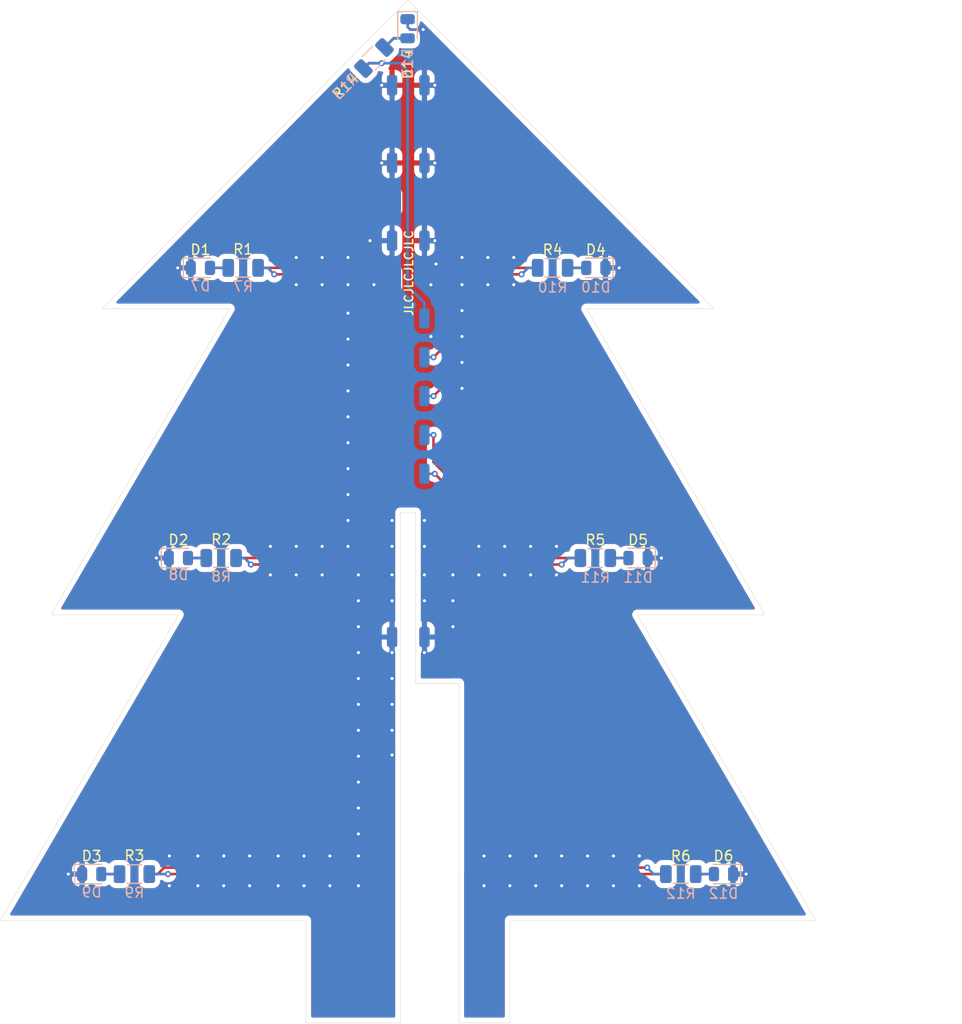
<source format=kicad_pcb>
(kicad_pcb (version 20211014) (generator pcbnew)
  (layers (0 "F.Cu" signal "Front") (31 "B.Cu" signal "Back") (34 "B.Paste" user) (35 "F.Paste" user) (36 "B.SilkS" user "B.Silkscreen") (37 "F.SilkS" user "F.Silkscreen") (38 "B.Mask" user) (39 "F.Mask" user) (44 "Edge.Cuts" user))
  (net 0 "")
  (net 1 "GND")
  (net 2 "Net-(D4-Pad2)")
  (net 3 "Net-(D5-Pad2)")
  (net 4 "Net-(D6-Pad2)")
  (net 5 "Net-(D7-Pad2)")
  (net 6 "Net-(D8-Pad2)")
  (net 7 "Net-(D11-Pad2)")
  (net 8 "Net-(D12-Pad2)")
  (net 9 "/RED4")
  (net 10 "/YEL4")
  (net 11 "/BLU1")
  (net 12 "/YEL3")
  (net 13 "/GRE1")
  (net 14 "/WHI3")
  (net 15 "/GRE2")
  (net 16 "/BLU2")
  (net 17 "/YEL5")
  (net 18 "/WHI4")
  (net 19 "/RED5")
  (net 20 "/GRE3")
  (net 21 "Net-(D1-Pad2)")
  (net 22 "Net-(D2-Pad2)")
  (net 23 "Net-(D3-Pad2)")
  (net 24 "Net-(D9-Pad2)")
  (net 25 "Net-(D10-Pad2)")
  (net 26 "Net-(D13-Pad2)")
  (net 27 "Net-(J21-Pad1)")
  (net 28 "Net-(D14-Pad2)")
  (footprint "Resistor_SMD:R_1206_3216Metric" (layer "F.Cu") (at 124.333 78.994)
    (fp_text reference "R1" (at 0 -1.82) (layer "F.SilkS"))
    (fp_text value "51")
    (fp_line (start -0.727064 -0.91) (end 0.727064 -0.91) (layer "F.SilkS") (width 0.12))
    (fp_line (start -0.727064 0.91) (end 0.727064 0.91) (layer "F.SilkS") (width 0.12))
    (pad "1" smd roundrect (at -1.4625 0) (size 1.125 1.75) (layers "F.Cu" "F.Paste" "F.Mask") (roundrect_rratio 0.2222222222) (net 21 "Net-(D1-Pad2)"))
    (pad "2" smd roundrect (at 1.4625 0) (size 1.125 1.75) (layers "F.Cu" "F.Paste" "F.Mask") (roundrect_rratio 0.2222222222) (net 9 "/RED4"))
  )
  (footprint "Connector_Wire:SolderWirePad_1x01_SMD_1x2mm" (layer "F.Cu") (at 138.938 76.327)
    (fp_text reference "J7" hide)
    (fp_text value "GRE2")
    (pad "1" smd roundrect (at 0 0) (size 1 2) (layers "F.Cu" "F.Paste" "F.Mask") (net 15 "/GRE2"))
  )
  (footprint "Connector_Wire:SolderWirePad_1x01_SMD_1x2mm" (layer "F.Cu") (at 138.938 83.947)
    (fp_text reference "J8" hide)
    (fp_text value "BLU2")
    (pad "1" smd roundrect (at 0 0) (size 1 2) (layers "F.Cu" "F.Paste" "F.Mask") (net 16 "/BLU2"))
  )
  (footprint "LED_SMD:LED_0805_2012Metric" (layer "F.Cu") (at 117.983 107.442)
    (fp_text reference "D2" (at 0 -1.778) (layer "F.SilkS"))
    (fp_text value "YEL")
    (fp_line (start 1 -0.96) (end -1.685 -0.96) (layer "F.SilkS") (width 0.12))
    (fp_line (start -1.685 0.96) (end 1 0.96) (layer "F.SilkS") (width 0.12))
    (fp_line (start -1.685 -0.96) (end -1.685 0.96) (layer "F.SilkS") (width 0.12))
    (pad "1" smd roundrect (at -0.9375 0) (size 0.975 1.4) (layers "F.Cu" "F.Paste" "F.Mask") (net 1 "GND"))
    (pad "2" smd roundrect (at 0.9375 0) (size 0.975 1.4) (layers "F.Cu" "F.Paste" "F.Mask") (net 22 "Net-(D2-Pad2)"))
  )
  (footprint "LED_SMD:LED_0805_2012Metric" (layer "F.Cu") (at 171.45 138.43 180)
    (fp_text reference "D6" (at 0 1.778) (layer "F.SilkS"))
    (fp_text value "WHI")
    (fp_line (start -1.685 -0.96) (end -1.685 0.96) (layer "F.SilkS") (width 0.12))
    (fp_line (start -1.685 0.96) (end 1 0.96) (layer "F.SilkS") (width 0.12))
    (fp_line (start 1 -0.96) (end -1.685 -0.96) (layer "F.SilkS") (width 0.12))
    (pad "1" smd roundrect (at -0.9375 0 180) (size 0.975 1.4) (layers "F.Cu" "F.Paste" "F.Mask") (net 1 "GND"))
    (pad "2" smd roundrect (at 0.9375 0 180) (size 0.975 1.4) (layers "F.Cu" "F.Paste" "F.Mask") (net 4 "Net-(D6-Pad2)"))
  )
  (footprint "Connector_Wire:SolderWirePad_1x01_SMD_1x2mm" (layer "F.Cu") (at 138.938 61.087)
    (fp_text reference "J16" hide)
    (fp_text value "GNC_BOND")
    (pad "1" smd roundrect (at 0 0) (size 1 2) (layers "F.Cu" "F.Paste" "F.Mask") (net 1 "GND"))
  )
  (footprint "LED_SMD:LED_0805_2012Metric" (layer "F.Cu") (at 158.9255 78.994 180)
    (fp_text reference "D4" (at 0 1.778) (layer "F.SilkS"))
    (fp_text value "YEL")
    (fp_line (start -1.685 -0.96) (end -1.685 0.96) (layer "F.SilkS") (width 0.12))
    (fp_line (start -1.685 0.96) (end 1 0.96) (layer "F.SilkS") (width 0.12))
    (fp_line (start 1 -0.96) (end -1.685 -0.96) (layer "F.SilkS") (width 0.12))
    (pad "1" smd roundrect (at -0.9375 0 180) (size 0.975 1.4) (layers "F.Cu" "F.Paste" "F.Mask") (net 1 "GND"))
    (pad "2" smd roundrect (at 0.9375 0 180) (size 0.975 1.4) (layers "F.Cu" "F.Paste" "F.Mask") (net 2 "Net-(D4-Pad2)"))
  )
  (footprint "Connector_Wire:SolderWirePad_1x01_SMD_1x2mm" (layer "F.Cu") (at 142.113 68.707)
    (fp_text reference "J18" hide)
    (fp_text value "GNC_BOND")
    (pad "1" smd roundrect (at 0 0) (size 1 2) (layers "F.Cu" "F.Paste" "F.Mask") (net 1 "GND"))
  )
  (footprint "Connector_Wire:SolderWirePad_1x01_SMD_1x2mm" (layer "F.Cu") (at 142.113 76.327)
    (fp_text reference "J19" hide)
    (fp_text value "GNC_BOND")
    (pad "1" smd roundrect (at 0 0) (size 1 2) (layers "F.Cu" "F.Paste" "F.Mask") (net 1 "GND"))
  )
  (footprint "Connector_Wire:SolderWirePad_1x01_SMD_1x2mm" (layer "F.Cu") (at 138.938 80.137)
    (fp_text reference "J2" hide)
    (fp_text value "YEL4")
    (pad "1" smd roundrect (at 0 0) (size 1 2) (layers "F.Cu" "F.Paste" "F.Mask") (net 10 "/YEL4"))
  )
  (footprint "LED_SMD:LED_0805_2012Metric" (layer "F.Cu") (at 120.142 78.994)
    (fp_text reference "D1" (at 0 -1.778) (layer "F.SilkS"))
    (fp_text value "RED")
    (fp_line (start -1.685 0.96) (end 1 0.96) (layer "F.SilkS") (width 0.12))
    (fp_line (start 1 -0.96) (end -1.685 -0.96) (layer "F.SilkS") (width 0.12))
    (fp_line (start -1.685 -0.96) (end -1.685 0.96) (layer "F.SilkS") (width 0.12))
    (pad "1" smd roundrect (at -0.9375 0) (size 0.975 1.4) (layers "F.Cu" "F.Paste" "F.Mask") (net 1 "GND"))
    (pad "2" smd roundrect (at 0.9375 0) (size 0.975 1.4) (layers "F.Cu" "F.Paste" "F.Mask") (net 21 "Net-(D1-Pad2)"))
  )
  (footprint "LED_SMD:LED_0805_2012Metric" (layer "F.Cu") (at 163.068 107.442 180)
    (fp_text reference "D5" (at 0 1.778) (layer "F.SilkS"))
    (fp_text value "GRE")
    (fp_line (start -1.685 -0.96) (end -1.685 0.96) (layer "F.SilkS") (width 0.12))
    (fp_line (start 1 -0.96) (end -1.685 -0.96) (layer "F.SilkS") (width 0.12))
    (fp_line (start -1.685 0.96) (end 1 0.96) (layer "F.SilkS") (width 0.12))
    (pad "1" smd roundrect (at -0.9375 0 180) (size 0.975 1.4) (layers "F.Cu" "F.Paste" "F.Mask") (net 1 "GND"))
    (pad "2" smd roundrect (at 0.9375 0 180) (size 0.975 1.4) (layers "F.Cu" "F.Paste" "F.Mask") (net 3 "Net-(D5-Pad2)"))
  )
  (footprint "Connector_Wire:SolderWirePad_1x01_SMD_1x2mm" (layer "F.Cu") (at 138.938 95.377)
    (fp_text reference "J6" hide)
    (fp_text value "WHI3")
    (pad "1" smd roundrect (at 0 0) (size 1 2) (layers "F.Cu" "F.Paste" "F.Mask") (net 14 "/WHI3"))
  )
  (footprint "Connector_Wire:SolderWirePad_1x01_SMD_1x2mm" (layer "F.Cu") (at 138.938 87.757)
    (fp_text reference "J3" hide)
    (fp_text value "BLU1")
    (pad "1" smd roundrect (at 0 0) (size 1 2) (layers "F.Cu" "F.Paste" "F.Mask") (net 11 "/BLU1"))
  )
  (footprint "Connector_Wire:SolderWirePad_1x01_SMD_1x2mm" (layer "F.Cu") (at 142.113 61.087)
    (fp_text reference "J17" hide)
    (fp_text value "GNC_BOND")
    (pad "1" smd roundrect (at 0 0) (size 1 2) (layers "F.Cu" "F.Paste" "F.Mask") (net 1 "GND"))
  )
  (footprint "Resistor_SMD:R_1206_3216Metric" (layer "F.Cu") (at 154.686 78.994 180)
    (fp_text reference "R4" (at 0 1.778 180) (layer "F.SilkS"))
    (fp_text value "39")
    (fp_line (start -0.727064 -0.91) (end 0.727064 -0.91) (layer "F.SilkS") (width 0.12))
    (fp_line (start -0.727064 0.91) (end 0.727064 0.91) (layer "F.SilkS") (width 0.12))
    (pad "1" smd roundrect (at -1.4625 0 180) (size 1.125 1.75) (layers "F.Cu" "F.Paste" "F.Mask") (roundrect_rratio 0.2222222222) (net 2 "Net-(D4-Pad2)"))
    (pad "2" smd roundrect (at 1.4625 0 180) (size 1.125 1.75) (layers "F.Cu" "F.Paste" "F.Mask") (roundrect_rratio 0.2222222222) (net 12 "/YEL3"))
  )
  (footprint "Resistor_SMD:R_1206_3216Metric" (layer "F.Cu") (at 167.259 138.43 180)
    (fp_text reference "R6" (at 0 1.778 180) (layer "F.SilkS"))
    (fp_text value "1")
    (fp_line (start -0.727064 0.91) (end 0.727064 0.91) (layer "F.SilkS") (width 0.12))
    (fp_line (start -0.727064 -0.91) (end 0.727064 -0.91) (layer "F.SilkS") (width 0.12))
    (pad "1" smd roundrect (at -1.4625 0 180) (size 1.125 1.75) (layers "F.Cu" "F.Paste" "F.Mask") (roundrect_rratio 0.2222222222) (net 4 "Net-(D6-Pad2)"))
    (pad "2" smd roundrect (at 1.4625 0 180) (size 1.125 1.75) (layers "F.Cu" "F.Paste" "F.Mask") (roundrect_rratio 0.2222222222) (net 14 "/WHI3"))
  )
  (footprint "Resistor_SMD:R_1206_3216Metric" (layer "F.Cu") (at 113.665 138.43)
    (fp_text reference "R3" (at 0 -1.82) (layer "F.SilkS"))
    (fp_text value "1")
    (fp_line (start -0.727064 -0.91) (end 0.727064 -0.91) (layer "F.SilkS") (width 0.12))
    (fp_line (start -0.727064 0.91) (end 0.727064 0.91) (layer "F.SilkS") (width 0.12))
    (pad "1" smd roundrect (at -1.4625 0) (size 1.125 1.75) (layers "F.Cu" "F.Paste" "F.Mask") (roundrect_rratio 0.2222222222) (net 23 "Net-(D3-Pad2)"))
    (pad "2" smd roundrect (at 1.4625 0) (size 1.125 1.75) (layers "F.Cu" "F.Paste" "F.Mask") (roundrect_rratio 0.2222222222) (net 11 "/BLU1"))
  )
  (footprint "Connector_Wire:SolderWirePad_1x01_SMD_1x2mm" (layer "F.Cu") (at 138.938 115.189)
    (fp_text reference "J28" hide)
    (fp_text value "GNC_BOND")
    (pad "1" smd roundrect (at 0 0) (size 1 2) (layers "F.Cu" "F.Paste" "F.Mask") (net 1 "GND"))
  )
  (footprint "Resistor_SMD:R_1206_3216Metric" (layer "F.Cu") (at 158.877 107.442 180)
    (fp_text reference "R5" (at 0 1.778 180) (layer "F.SilkS"))
    (fp_text value "39")
    (fp_line (start -0.727064 -0.91) (end 0.727064 -0.91) (layer "F.SilkS") (width 0.12))
    (fp_line (start -0.727064 0.91) (end 0.727064 0.91) (layer "F.SilkS") (width 0.12))
    (pad "1" smd roundrect (at -1.4625 0 180) (size 1.125 1.75) (layers "F.Cu" "F.Paste" "F.Mask") (roundrect_rratio 0.2222222222) (net 3 "Net-(D5-Pad2)"))
    (pad "2" smd roundrect (at 1.4625 0 180) (size 1.125 1.75) (layers "F.Cu" "F.Paste" "F.Mask") (roundrect_rratio 0.2222222222) (net 13 "/GRE1"))
  )
  (footprint "Connector_Wire:SolderWirePad_1x01_SMD_1x2mm" (layer "F.Cu") (at 138.938 99.187)
    (fp_text reference "J12" hide)
    (fp_text value "GRE3")
    (pad "1" smd roundrect (at 0 0) (size 1 2) (layers "F.Cu" "F.Paste" "F.Mask") (net 20 "/GRE3"))
  )
  (footprint "LED_SMD:LED_0805_2012Metric" (layer "F.Cu") (at 109.474 138.43)
    (fp_text reference "D3" (at 0 -1.778) (layer "F.SilkS"))
    (fp_text value "BLU")
    (fp_line (start 1 -0.96) (end -1.685 -0.96) (layer "F.SilkS") (width 0.12))
    (fp_line (start -1.685 -0.96) (end -1.685 0.96) (layer "F.SilkS") (width 0.12))
    (fp_line (start -1.685 0.96) (end 1 0.96) (layer "F.SilkS") (width 0.12))
    (pad "1" smd roundrect (at -0.9375 0) (size 0.975 1.4) (layers "F.Cu" "F.Paste" "F.Mask") (net 1 "GND"))
    (pad "2" smd roundrect (at 0.9375 0) (size 0.975 1.4) (layers "F.Cu" "F.Paste" "F.Mask") (net 23 "Net-(D3-Pad2)"))
  )
  (footprint "LED_SMD:LED_0805_2012Metric" (layer "F.Cu") (at 140.462 55.5475 -90)
    (fp_text reference "D14" (at 3.5 0 90) (layer "F.SilkS"))
    (fp_text value "WHI")
    (fp_line (start 1 -0.96) (end -1.685 -0.96) (layer "F.SilkS") (width 0.12))
    (fp_line (start -1.685 -0.96) (end -1.685 0.96) (layer "F.SilkS") (width 0.12))
    (fp_line (start -1.685 0.96) (end 1 0.96) (layer "F.SilkS") (width 0.12))
    (pad "1" smd roundrect (at -0.9375 0 270) (size 0.975 1.4) (layers "F.Cu" "F.Paste" "F.Mask") (net 1 "GND"))
    (pad "2" smd roundrect (at 0.9375 0 270) (size 0.975 1.4) (layers "F.Cu" "F.Paste" "F.Mask") (net 28 "Net-(D14-Pad2)"))
  )
  (footprint "Connector_Wire:SolderWirePad_1x01_SMD_1x2mm" (layer "F.Cu") (at 138.938 68.707)
    (fp_text reference "J14" hide)
    (fp_text value "GNC_BOND")
    (pad "1" smd roundrect (at 0 0) (size 1 2) (layers "F.Cu" "F.Paste" "F.Mask") (net 1 "GND"))
  )
  (footprint "Connector_Wire:SolderWirePad_1x01_SMD_1x2mm" (layer "F.Cu") (at 142.113 115.189)
    (fp_text reference "J20" hide)
    (fp_text value "GNC_BOND")
    (pad "1" smd roundrect (at 0 0) (size 1 2) (layers "F.Cu" "F.Paste" "F.Mask") (net 1 "GND"))
  )
  (footprint "Connector_Wire:SolderWirePad_1x01_SMD_1x2mm" (layer "F.Cu") (at 138.938 91.567)
    (fp_text reference "J9" hide)
    (fp_text value "YEL5")
    (pad "1" smd roundrect (at 0 0) (size 1 2) (layers "F.Cu" "F.Paste" "F.Mask") (net 17 "/YEL5"))
  )
  (footprint "Connector_Wire:SolderWirePad_1x01_SMD_1x2mm" (layer "F.Cu") (at 138.938 72.517 180)
    (fp_text reference "J1" hide)
    (fp_text value "RED4")
    (pad "1" smd roundrect (at 0 0 180) (size 1 2) (layers "F.Cu" "F.Paste" "F.Mask") (net 9 "/RED4"))
  )
  (footprint "Resistor_SMD:R_1206_3216Metric" (layer "F.Cu") (at 137.16 58.42 -135)
    (fp_text reference "R14" (at 3.951313 0 45) (layer "F.SilkS"))
    (fp_text value "1")
    (fp_line (start -0.727064 -0.91) (end 0.727064 -0.91) (layer "F.SilkS") (width 0.12))
    (fp_line (start -0.727064 0.91) (end 0.727064 0.91) (layer "F.SilkS") (width 0.12))
    (pad "1" smd roundrect (at -1.4625 0 225) (size 1.125 1.75) (layers "F.Cu" "F.Paste" "F.Mask") (roundrect_rratio 0.222222) (net 28 "Net-(D14-Pad2)"))
    (pad "2" smd roundrect (at 1.4625 0 225) (size 1.125 1.75) (layers "F.Cu" "F.Paste" "F.Mask") (roundrect_rratio 0.222222) (net 27 "Net-(J21-Pad1)"))
  )
  (footprint "Resistor_SMD:R_1206_3216Metric" (layer "F.Cu") (at 122.174 107.442)
    (fp_text reference "R2" (at 0 -1.82) (layer "F.SilkS"))
    (fp_text value "39")
    (fp_line (start -0.727064 -0.91) (end 0.727064 -0.91) (layer "F.SilkS") (width 0.12))
    (fp_line (start -0.727064 0.91) (end 0.727064 0.91) (layer "F.SilkS") (width 0.12))
    (pad "1" smd roundrect (at -1.4625 0) (size 1.125 1.75) (layers "F.Cu" "F.Paste" "F.Mask") (roundrect_rratio 0.2222222222) (net 22 "Net-(D2-Pad2)"))
    (pad "2" smd roundrect (at 1.4625 0) (size 1.125 1.75) (layers "F.Cu" "F.Paste" "F.Mask") (roundrect_rratio 0.2222222222) (net 10 "/YEL4"))
  )
  (footprint "Connector_Wire:SolderWirePad_1x01_SMD_1x2mm" (layer "B.Cu") (at 142.113 91.567 180)
    (fp_text reference "J10" hide)
    (fp_text value "WHI4")
    (pad "1" smd roundrect (at 0 0 180) (size 1 2) (layers "B.Cu" "B.Paste" "B.Mask") (net 18 "/WHI4"))
  )
  (footprint "Resistor_SMD:R_1206_3216Metric" (layer "B.Cu") (at 154.686 78.994 180)
    (fp_text reference "R10" (at 0 -1.905) (layer "B.SilkS") (effects (justify mirror)))
    (fp_text value "1")
    (fp_line (start -0.727064 0.91) (end 0.727064 0.91) (layer "B.SilkS") (width 0.12))
    (fp_line (start -0.727064 -0.91) (end 0.727064 -0.91) (layer "B.SilkS") (width 0.12))
    (pad "1" smd roundrect (at -1.4625 0 180) (size 1.125 1.75) (layers "B.Cu" "B.Paste" "B.Mask") (roundrect_rratio 0.2222222222) (net 25 "Net-(D10-Pad2)"))
    (pad "2" smd roundrect (at 1.4625 0 180) (size 1.125 1.75) (layers "B.Cu" "B.Paste" "B.Mask") (roundrect_rratio 0.2222222222) (net 18 "/WHI4"))
  )
  (footprint "Connector_Wire:SolderWirePad_1x01_SMD_1x2mm" (layer "B.Cu") (at 142.113 76.327 180)
    (fp_text reference "J26" hide)
    (fp_text value "GNC_BOND")
    (pad "1" smd roundrect (at 0 0 180) (size 1 2) (layers "B.Cu" "B.Paste" "B.Mask") (net 1 "GND"))
  )
  (footprint "Resistor_SMD:R_1206_3216Metric" (layer "B.Cu") (at 113.665 138.43)
    (fp_text reference "R9" (at 0 1.82 180) (layer "B.SilkS") (effects (justify mirror)))
    (fp_text value "39")
    (fp_line (start -0.727064 -0.91) (end 0.727064 -0.91) (layer "B.SilkS") (width 0.12))
    (fp_line (start -0.727064 0.91) (end 0.727064 0.91) (layer "B.SilkS") (width 0.12))
    (pad "1" smd roundrect (at -1.4625 0) (size 1.125 1.75) (layers "B.Cu" "B.Paste" "B.Mask") (roundrect_rratio 0.2222222222) (net 24 "Net-(D9-Pad2)"))
    (pad "2" smd roundrect (at 1.4625 0) (size 1.125 1.75) (layers "B.Cu" "B.Paste" "B.Mask") (roundrect_rratio 0.2222222222) (net 17 "/YEL5"))
  )
  (footprint "Connector_Wire:SolderWirePad_1x01_SMD_1x2mm" (layer "B.Cu") (at 142.113 61.087 180)
    (fp_text reference "J24" hide)
    (fp_text value "GNC_BOND")
    (pad "1" smd roundrect (at 0 0 180) (size 1 2) (layers "B.Cu" "B.Paste" "B.Mask") (net 1 "GND"))
  )
  (footprint "Resistor_SMD:R_1206_3216Metric" (layer "B.Cu") (at 137.16 58.42 -135)
    (fp_text reference "R13" (at 3.951313 0 45) (layer "B.SilkS") (effects (justify mirror)))
    (fp_text value "1")
    (fp_line (start -0.727064 -0.91) (end 0.727064 -0.91) (layer "B.SilkS") (width 0.12))
    (fp_line (start -0.727064 0.91) (end 0.727064 0.91) (layer "B.SilkS") (width 0.12))
    (pad "1" smd roundrect (at -1.4625 0 225) (size 1.125 1.75) (layers "B.Cu" "B.Paste" "B.Mask") (roundrect_rratio 0.222222) (net 26 "Net-(D13-Pad2)"))
    (pad "2" smd roundrect (at 1.4625 0 225) (size 1.125 1.75) (layers "B.Cu" "B.Paste" "B.Mask") (roundrect_rratio 0.222222) (net 27 "Net-(J21-Pad1)"))
  )
  (footprint "LED_SMD:LED_0805_2012Metric" (layer "B.Cu") (at 163.068 107.442 180)
    (fp_text reference "D11" (at 0 -1.905) (layer "B.SilkS") (effects (justify mirror)))
    (fp_text value "RED")
    (fp_line (start -1.685 0.96) (end -1.685 -0.96) (layer "B.SilkS") (width 0.12))
    (fp_line (start -1.685 -0.96) (end 1 -0.96) (layer "B.SilkS") (width 0.12))
    (fp_line (start 1 0.96) (end -1.685 0.96) (layer "B.SilkS") (width 0.12))
    (pad "1" smd roundrect (at -0.9375 0 180) (size 0.975 1.4) (layers "B.Cu" "B.Paste" "B.Mask") (net 1 "GND"))
    (pad "2" smd roundrect (at 0.9375 0 180) (size 0.975 1.4) (layers "B.Cu" "B.Paste" "B.Mask") (net 7 "Net-(D11-Pad2)"))
  )
  (footprint "Connector_Wire:SolderWirePad_1x01_SMD_1x2mm" (layer "B.Cu") (at 142.113 68.707 180)
    (fp_text reference "J25" hide)
    (fp_text value "GNC_BOND")
    (pad "1" smd roundrect (at 0 0 180) (size 1 2) (layers "B.Cu" "B.Paste" "B.Mask") (net 1 "GND"))
  )
  (footprint "Connector_Wire:SolderWirePad_1x01_SMD_1x2mm" (layer "B.Cu") (at 142.113 99.187 180)
    (fp_text reference "J11" hide)
    (fp_text value "RED5")
    (pad "1" smd roundrect (at 0 0 180) (size 1 2) (layers "B.Cu" "B.Paste" "B.Mask") (net 19 "/RED5"))
  )
  (footprint "Connector_Wire:SolderWirePad_1x01_SMD_1x2mm" (layer "B.Cu") (at 138.938 76.327 180)
    (fp_text reference "J15" hide)
    (fp_text value "GNC_BOND")
    (pad "1" smd roundrect (at 0 0 180) (size 1 2) (layers "B.Cu" "B.Paste" "B.Mask") (net 1 "GND"))
  )
  (footprint "Resistor_SMD:R_1206_3216Metric" (layer "B.Cu") (at 122.174 107.442)
    (fp_text reference "R8" (at 0 1.82 180) (layer "B.SilkS") (effects (justify mirror)))
    (fp_text value "1")
    (fp_line (start -0.727064 -0.91) (end 0.727064 -0.91) (layer "B.SilkS") (width 0.12))
    (fp_line (start -0.727064 0.91) (end 0.727064 0.91) (layer "B.SilkS") (width 0.12))
    (pad "1" smd roundrect (at -1.4625 0) (size 1.125 1.75) (layers "B.Cu" "B.Paste" "B.Mask") (roundrect_rratio 0.2222222222) (net 6 "Net-(D8-Pad2)"))
    (pad "2" smd roundrect (at 1.4625 0) (size 1.125 1.75) (layers "B.Cu" "B.Paste" "B.Mask") (roundrect_rratio 0.2222222222) (net 16 "/BLU2"))
  )
  (footprint "Connector_Wire:SolderWirePad_1x01_SMD_1x2mm" (layer "B.Cu") (at 138.938 68.707 180)
    (fp_text reference "J27" hide)
    (fp_text value "GNC_BOND")
    (pad "1" smd roundrect (at 0 0 180) (size 1 2) (layers "B.Cu" "B.Paste" "B.Mask") (net 1 "GND"))
  )
  (footprint "LED_SMD:LED_0805_2012Metric" (layer "B.Cu") (at 140.462 55.5475 -90)
    (fp_text reference "D13" (at 3.3805 0 90) (layer "B.SilkS") (effects (justify mirror)))
    (fp_text value "WHI")
    (fp_line (start -1.685 -0.96) (end 1 -0.96) (layer "B.SilkS") (width 0.12))
    (fp_line (start -1.685 0.96) (end -1.685 -0.96) (layer "B.SilkS") (width 0.12))
    (fp_line (start 1 0.96) (end -1.685 0.96) (layer "B.SilkS") (width 0.12))
    (pad "1" smd roundrect (at -0.9375 0 270) (size 0.975 1.4) (layers "B.Cu" "B.Paste" "B.Mask") (net 1 "GND"))
    (pad "2" smd roundrect (at 0.9375 0 270) (size 0.975 1.4) (layers "B.Cu" "B.Paste" "B.Mask") (net 26 "Net-(D13-Pad2)"))
  )
  (footprint "Connector_Wire:SolderWirePad_1x01_SMD_1x2mm" (layer "B.Cu") (at 142.113 115.189 180)
    (fp_text reference "J22" hide)
    (fp_text value "GNC_BOND")
    (pad "1" smd roundrect (at 0 0 180) (size 1 2) (layers "B.Cu" "B.Paste" "B.Mask") (net 1 "GND"))
  )
  (footprint "Resistor_SMD:R_1206_3216Metric" (layer "B.Cu") (at 167.259 138.43 180)
    (fp_text reference "R12" (at 0 -1.905) (layer "B.SilkS") (effects (justify mirror)))
    (fp_text value "39")
    (fp_line (start -0.727064 0.91) (end 0.727064 0.91) (layer "B.SilkS") (width 0.12))
    (fp_line (start -0.727064 -0.91) (end 0.727064 -0.91) (layer "B.SilkS") (width 0.12))
    (pad "1" smd roundrect (at -1.4625 0 180) (size 1.125 1.75) (layers "B.Cu" "B.Paste" "B.Mask") (roundrect_rratio 0.2222222222) (net 8 "Net-(D12-Pad2)"))
    (pad "2" smd roundrect (at 1.4625 0 180) (size 1.125 1.75) (layers "B.Cu" "B.Paste" "B.Mask") (roundrect_rratio 0.2222222222) (net 20 "/GRE3"))
  )
  (footprint "Connector_Wire:SolderWirePad_1x01_SMD_1x2mm" (layer "B.Cu") (at 142.113 95.377 180)
    (fp_text reference "J5" hide)
    (fp_text value "GRE1")
    (pad "1" smd roundrect (at 0 0 180) (size 1 2) (layers "B.Cu" "B.Paste" "B.Mask") (net 13 "/GRE1"))
  )
  (footprint "Connector_Wire:SolderWirePad_1x01_SMD_1x2mm" (layer "B.Cu") (at 138.938 61.087 180)
    (fp_text reference "J23" hide)
    (fp_text value "GNC_BOND")
    (pad "1" smd roundrect (at 0 0 180) (size 1 2) (layers "B.Cu" "B.Paste" "B.Mask") (net 1 "GND"))
  )
  (footprint "LED_SMD:LED_0805_2012Metric" (layer "B.Cu") (at 158.9255 78.994 180)
    (fp_text reference "D10" (at 0 -1.905) (layer "B.SilkS") (effects (justify mirror)))
    (fp_text value "WHI")
    (fp_line (start -1.685 0.96) (end -1.685 -0.96) (layer "B.SilkS") (width 0.12))
    (fp_line (start -1.685 -0.96) (end 1 -0.96) (layer "B.SilkS") (width 0.12))
    (fp_line (start 1 0.96) (end -1.685 0.96) (layer "B.SilkS") (width 0.12))
    (pad "1" smd roundrect (at -0.9375 0 180) (size 0.975 1.4) (layers "B.Cu" "B.Paste" "B.Mask") (net 1 "GND"))
    (pad "2" smd roundrect (at 0.9375 0 180) (size 0.975 1.4) (layers "B.Cu" "B.Paste" "B.Mask") (net 25 "Net-(D10-Pad2)"))
  )
  (footprint "Resistor_SMD:R_1206_3216Metric" (layer "B.Cu") (at 124.333 78.994)
    (fp_text reference "R7" (at 0 1.82 180) (layer "B.SilkS") (effects (justify mirror)))
    (fp_text value "39")
    (fp_line (start -0.727064 0.91) (end 0.727064 0.91) (layer "B.SilkS") (width 0.12))
    (fp_line (start -0.727064 -0.91) (end 0.727064 -0.91) (layer "B.SilkS") (width 0.12))
    (pad "1" smd roundrect (at -1.4625 0) (size 1.125 1.75) (layers "B.Cu" "B.Paste" "B.Mask") (roundrect_rratio 0.2222222222) (net 5 "Net-(D7-Pad2)"))
    (pad "2" smd roundrect (at 1.4625 0) (size 1.125 1.75) (layers "B.Cu" "B.Paste" "B.Mask") (roundrect_rratio 0.2222222222) (net 15 "/GRE2"))
  )
  (footprint "LED_SMD:LED_0805_2012Metric" (layer "B.Cu") (at 120.142 78.994)
    (fp_text reference "D7" (at 0 1.778) (layer "B.SilkS") (effects (justify mirror)))
    (fp_text value "GRE")
    (fp_line (start -1.685 0.96) (end -1.685 -0.96) (layer "B.SilkS") (width 0.12))
    (fp_line (start 1 0.96) (end -1.685 0.96) (layer "B.SilkS") (width 0.12))
    (fp_line (start -1.685 -0.96) (end 1 -0.96) (layer "B.SilkS") (width 0.12))
    (pad "1" smd roundrect (at -0.9375 0) (size 0.975 1.4) (layers "B.Cu" "B.Paste" "B.Mask") (net 1 "GND"))
    (pad "2" smd roundrect (at 0.9375 0) (size 0.975 1.4) (layers "B.Cu" "B.Paste" "B.Mask") (net 5 "Net-(D7-Pad2)"))
  )
  (footprint "Resistor_SMD:R_1206_3216Metric" (layer "B.Cu") (at 158.877 107.442 180)
    (fp_text reference "R11" (at 0 -1.905) (layer "B.SilkS") (effects (justify mirror)))
    (fp_text value "51")
    (fp_line (start -0.727064 0.91) (end 0.727064 0.91) (layer "B.SilkS") (width 0.12))
    (fp_line (start -0.727064 -0.91) (end 0.727064 -0.91) (layer "B.SilkS") (width 0.12))
    (pad "1" smd roundrect (at -1.4625 0 180) (size 1.125 1.75) (layers "B.Cu" "B.Paste" "B.Mask") (roundrect_rratio 0.2222222222) (net 7 "Net-(D11-Pad2)"))
    (pad "2" smd roundrect (at 1.4625 0 180) (size 1.125 1.75) (layers "B.Cu" "B.Paste" "B.Mask") (roundrect_rratio 0.2222222222) (net 19 "/RED5"))
  )
  (footprint "Connector_Wire:SolderWirePad_1x01_SMD_1x2mm" (layer "B.Cu") (at 142.113 83.947 180)
    (fp_text reference "J21" hide)
    (fp_text value "TOP_STAR_VCC")
    (pad "1" smd roundrect (at 0 0 180) (size 1 2) (layers "B.Cu" "B.Paste" "B.Mask") (net 27 "Net-(J21-Pad1)"))
  )
  (footprint "Connector_Wire:SolderWirePad_1x01_SMD_1x2mm" (layer "B.Cu") (at 142.113 87.757 180)
    (fp_text reference "J4" hide)
    (fp_text value "YEL3")
    (pad "1" smd roundrect (at 0 0 180) (size 1 2) (layers "B.Cu" "B.Paste" "B.Mask") (net 12 "/YEL3"))
  )
  (footprint "LED_SMD:LED_0805_2012Metric" (layer "B.Cu") (at 117.983 107.442)
    (fp_text reference "D8" (at 0 1.65) (layer "B.SilkS") (effects (justify mirror)))
    (fp_text value "BLU")
    (fp_line (start -1.685 0.96) (end -1.685 -0.96) (layer "B.SilkS") (width 0.12))
    (fp_line (start 1 0.96) (end -1.685 0.96) (layer "B.SilkS") (width 0.12))
    (fp_line (start -1.685 -0.96) (end 1 -0.96) (layer "B.SilkS") (width 0.12))
    (pad "1" smd roundrect (at -0.9375 0) (size 0.975 1.4) (layers "B.Cu" "B.Paste" "B.Mask") (net 1 "GND"))
    (pad "2" smd roundrect (at 0.9375 0) (size 0.975 1.4) (layers "B.Cu" "B.Paste" "B.Mask") (net 6 "Net-(D8-Pad2)"))
  )
  (footprint "LED_SMD:LED_0805_2012Metric" (layer "B.Cu") (at 171.45 138.43 180)
    (fp_text reference "D12" (at 0 -1.905) (layer "B.SilkS") (effects (justify mirror)))
    (fp_text value "GRE")
    (fp_line (start -1.685 -0.96) (end 1 -0.96) (layer "B.SilkS") (width 0.12))
    (fp_line (start 1 0.96) (end -1.685 0.96) (layer "B.SilkS") (width 0.12))
    (fp_line (start -1.685 0.96) (end -1.685 -0.96) (layer "B.SilkS") (width 0.12))
    (pad "1" smd roundrect (at -0.9375 0 180) (size 0.975 1.4) (layers "B.Cu" "B.Paste" "B.Mask") (net 1 "GND"))
    (pad "2" smd roundrect (at 0.9375 0 180) (size 0.975 1.4) (layers "B.Cu" "B.Paste" "B.Mask") (net 8 "Net-(D12-Pad2)"))
  )
  (footprint "Connector_Wire:SolderWirePad_1x01_SMD_1x2mm" (layer "B.Cu") (at 138.938 115.189 180)
    (fp_text reference "J13" hide)
    (fp_text value "GNC_BOND")
    (pad "1" smd roundrect (at 0 0 180) (size 1 2) (layers "B.Cu" "B.Paste" "B.Mask") (net 1 "GND"))
  )
  (footprint "LED_SMD:LED_0805_2012Metric" (layer "B.Cu") (at 109.474 138.43)
    (fp_text reference "D9" (at 0 1.778) (layer "B.SilkS") (effects (justify mirror)))
    (fp_text value "YEL")
    (fp_line (start -1.685 0.96) (end -1.685 -0.96) (layer "B.SilkS") (width 0.12))
    (fp_line (start 1 0.96) (end -1.685 0.96) (layer "B.SilkS") (width 0.12))
    (fp_line (start -1.685 -0.96) (end 1 -0.96) (layer "B.SilkS") (width 0.12))
    (pad "1" smd roundrect (at -0.9375 0) (size 0.975 1.4) (layers "B.Cu" "B.Paste" "B.Mask") (net 1 "GND"))
    (pad "2" smd roundrect (at 0.9375 0) (size 0.975 1.4) (layers "B.Cu" "B.Paste" "B.Mask") (net 24 "Net-(D9-Pad2)"))
  )
  (gr_line (start 139.75 153) (end 139.75 103) (layer "Edge.Cuts") (width 0.0381))
  (gr_line (start 130.5 143) (end 100.5 143) (layer "Edge.Cuts") (width 0.0381))
  (gr_line (start 100.5 143) (end 118 113) (layer "Edge.Cuts") (width 0.0381))
  (gr_line (start 130.5 153) (end 130.5 143) (layer "Edge.Cuts") (width 0.0381))
  (gr_line (start 140.5 52.75) (end 170.5 83) (layer "Edge.Cuts") (width 0.0381))
  (gr_line (start 110.5 83) (end 123 83) (layer "Edge.Cuts") (width 0.0381))
  (gr_line (start 118 113) (end 105.5 113) (layer "Edge.Cuts") (width 0.0381))
  (gr_line (start 110.5 83) (end 140.5 52.75) (layer "Edge.Cuts") (width 0.0381))
  (gr_line (start 139.75 153) (end 130.5 153) (layer "Edge.Cuts") (width 0.0381))
  (gr_line (start 141.25 119.75) (end 145.5 119.75) (layer "Edge.Cuts") (width 0.0381))
  (gr_line (start 141.25 103) (end 141.25 119.75) (layer "Edge.Cuts") (width 0.0381))
  (gr_line (start 180.5 143) (end 150.5 143) (layer "Edge.Cuts") (width 0.0381))
  (gr_line (start 145.5 153) (end 150.5 153) (layer "Edge.Cuts") (width 0.0381))
  (gr_line (start 139.75 103) (end 141.25 103) (layer "Edge.Cuts") (width 0.0381))
  (gr_line (start 158 83) (end 175.5 113) (layer "Edge.Cuts") (width 0.0381))
  (gr_line (start 158 83) (end 170.5 83) (layer "Edge.Cuts") (width 0.0381))
  (gr_line (start 145.5 119.75) (end 145.5 153) (layer "Edge.Cuts") (width 0.0381))
  (gr_line (start 175.5 113) (end 163 113) (layer "Edge.Cuts") (width 0.0381))
  (gr_line (start 105.5 113) (end 123 83) (layer "Edge.Cuts") (width 0.0381))
  (gr_line (start 163 113) (end 180.5 143) (layer "Edge.Cuts") (width 0.0381))
  (gr_line (start 150.5 143) (end 150.5 153) (layer "Edge.Cuts") (width 0.0381))
  (gr_text "JLCJLCJLCJLC" (at 140.589 79.502 90) (layer "F.SilkS") (effects (font (size 0.8128 0.8128) (thickness 0.1524))))
  (segment (start 107.188 138.43) (end 108.5365 138.43) (width 0.254) (layer "F.Cu") (net 1))
  (segment (start 142.113 76.327) (end 143.129 76.327) (width 0.254) (layer "F.Cu") (net 1))
  (segment (start 159.863 78.994) (end 161.2115 78.994) (width 0.254) (layer "F.Cu") (net 1))
  (segment (start 116.9185 107.442) (end 115.824 107.442) (width 0.254) (layer "F.Cu") (net 1))
  (segment (start 142.113 68.707) (end 143.129 68.707) (width 0.254) (layer "F.Cu") (net 1))
  (segment (start 172.4515 138.43) (end 173.8 138.43) (width 0.254) (layer "F.Cu") (net 1))
  (segment (start 138.938 116.713) (end 138.938 115.189) (width 0.254) (layer "F.Cu") (net 1))
  (segment (start 140.462 55.372) (end 140.716 55.626) (width 0.254) (layer "F.Cu") (net 1))
  (segment (start 119.2675 78.994) (end 117.919 78.994) (width 0.254) (layer "F.Cu") (net 1))
  (segment (start 138.938 61.087) (end 137.922 61.087) (width 0.254) (layer "F.Cu") (net 1))
  (segment (start 142.113 116.713) (end 142.113 115.189) (width 0.254) (layer "F.Cu") (net 1))
  (segment (start 140.462 54.61) (end 140.462 55.372) (width 0.254) (layer "F.Cu") (net 1))
  (segment (start 138.938 68.707) (end 137.922 68.707) (width 0.254) (layer "F.Cu") (net 1))
  (segment (start 140.716 55.626) (end 141.986 55.626) (width 0.254) (layer "F.Cu") (net 1))
  (segment (start 142.113 61.087) (end 143.129 61.087) (width 0.254) (layer "F.Cu") (net 1))
  (segment (start 165.354 107.442) (end 164.0055 107.442) (width 0.254) (layer "F.Cu") (net 1))
  (via (at 143.129 61.087) (size 0.6) (drill 0.3) (layers "F.Cu" "B.Cu") (net 1))
  (via (at 134.62 98.679) (size 0.6) (drill 0.3) (layers "F.Cu" "B.Cu") (net 1))
  (via (at 134.62 77.978) (size 0.6) (drill 0.3) (layers "F.Cu" "B.Cu") (net 1))
  (via (at 142.113 116.713) (size 0.6) (drill 0.3) (layers "F.Cu" "B.Cu") (net 1))
  (via (at 134.62 96.139) (size 0.6) (drill 0.3) (layers "F.Cu" "B.Cu") (net 1))
  (via (at 135.636 129.413) (size 0.6) (drill 0.3) (layers "F.Cu" "B.Cu") (net 1))
  (via (at 145.796 90.805) (size 0.6) (drill 0.3) (layers "F.Cu" "B.Cu") (net 1))
  (via (at 122.428 139.573) (size 0.6) (drill 0.3) (layers "F.Cu" "B.Cu") (net 1))
  (via (at 130.302 136.652) (size 0.6) (drill 0.3) (layers "F.Cu" "B.Cu") (net 1))
  (via (at 152.527 109.093) (size 0.6) (drill 0.3) (layers "F.Cu" "B.Cu") (net 1))
  (via (at 137.922 68.707) (size 0.6) (drill 0.3) (layers "F.Cu" "B.Cu") (net 1))
  (via (at 138.938 109.093) (size 0.6) (drill 0.3) (layers "F.Cu" "B.Cu") (net 1))
  (via (at 134.62 91.059) (size 0.6) (drill 0.3) (layers "F.Cu" "B.Cu") (net 1))
  (via (at 134.62 80.645) (size 0.6) (drill 0.3) (layers "F.Cu" "B.Cu") (net 1))
  (via (at 143.256 78.613) (size 0.6) (drill 0.3) (layers "F.Cu" "B.Cu") (net 1))
  (via (at 134.62 106.299) (size 0.6) (drill 0.3) (layers "F.Cu" "B.Cu") (net 1))
  (via (at 129.54 109.093) (size 0.6) (drill 0.3) (layers "F.Cu" "B.Cu") (net 1))
  (via (at 149.987 106.299) (size 0.6) (drill 0.3) (layers "F.Cu" "B.Cu") (net 1))
  (via (at 119.888 139.573) (size 0.6) (drill 0.3) (layers "F.Cu" "B.Cu") (net 1))
  (via (at 155.067 109.093) (size 0.6) (drill 0.3) (layers "F.Cu" "B.Cu") (net 1))
  (via (at 135.636 131.953) (size 0.6) (drill 0.3) (layers "F.Cu" "B.Cu") (net 1))
  (via (at 145.796 88.265) (size 0.6) (drill 0.3) (layers "F.Cu" "B.Cu") (net 1))
  (via (at 135.636 126.873) (size 0.6) (drill 0.3) (layers "F.Cu" "B.Cu") (net 1))
  (via (at 135.636 109.093) (size 0.6) (drill 0.3) (layers "F.Cu" "B.Cu") (net 1))
  (via (at 147.955 139.573) (size 0.6) (drill 0.3) (layers "F.Cu" "B.Cu") (net 1))
  (via (at 124.968 136.652) (size 0.6) (drill 0.3) (layers "F.Cu" "B.Cu") (net 1))
  (via (at 138.938 116.713) (size 0.6) (drill 0.3) (layers "F.Cu" "B.Cu") (net 1))
  (via (at 137.922 61.087) (size 0.6) (drill 0.3) (layers "F.Cu" "B.Cu") (net 1))
  (via (at 127 109.093) (size 0.6) (drill 0.3) (layers "F.Cu" "B.Cu") (net 1))
  (via (at 149.987 109.093) (size 0.6) (drill 0.3) (layers "F.Cu" "B.Cu") (net 1))
  (via (at 127.762 136.652) (size 0.6) (drill 0.3) (layers "F.Cu" "B.Cu") (net 1))
  (via (at 115.824 107.442) (size 0.6) (drill 0.3) (layers "F.Cu" "B.Cu") (net 1))
  (via (at 150.495 136.652) (size 0.6) (drill 0.3) (layers "F.Cu" "B.Cu") (net 1))
  (via (at 150.876 80.645) (size 0.6) (drill 0.3) (layers "F.Cu" "B.Cu") (net 1))
  (via (at 161.2115 78.994) (size 0.6) (drill 0.3) (layers "F.Cu" "B.Cu") (net 1))
  (via (at 147.955 136.652) (size 0.6) (drill 0.3) (layers "F.Cu" "B.Cu") (net 1))
  (via (at 141.986 55.626) (size 0.6) (drill 0.3) (layers "F.Cu" "B.Cu") (net 1))
  (via (at 127.762 139.573) (size 0.6) (drill 0.3) (layers "F.Cu" "B.Cu") (net 1))
  (via (at 117.094 139.573) (size 0.6) (drill 0.3) (layers "F.Cu" "B.Cu") (net 1))
  (via (at 138.938 111.633) (size 0.6) (drill 0.3) (layers "F.Cu" "B.Cu") (net 1))
  (via (at 173.673 138.43) (size 0.6) (drill 0.3) (layers "F.Cu" "B.Cu") (net 1))
  (via (at 119.888 136.652) (size 0.6) (drill 0.3) (layers "F.Cu" "B.Cu") (net 1))
  (via (at 150.495 139.573) (size 0.6) (drill 0.3) (layers "F.Cu" "B.Cu") (net 1))
  (via (at 135.636 136.652) (size 0.6) (drill 0.3) (layers "F.Cu" "B.Cu") (net 1))
  (via (at 135.636 139.573) (size 0.6) (drill 0.3) (layers "F.Cu" "B.Cu") (net 1))
  (via (at 134.62 83.439) (size 0.6) (drill 0.3) (layers "F.Cu" "B.Cu") (net 1))
  (via (at 138.938 119.253) (size 0.6) (drill 0.3) (layers "F.Cu" "B.Cu") (net 1))
  (via (at 132.08 106.299) (size 0.6) (drill 0.3) (layers "F.Cu" "B.Cu") (net 1))
  (via (at 135.636 134.493) (size 0.6) (drill 0.3) (layers "F.Cu" "B.Cu") (net 1))
  (via (at 142.113 106.299) (size 0.6) (drill 0.3) (layers "F.Cu" "B.Cu") (net 1))
  (via (at 130.302 139.573) (size 0.6) (drill 0.3) (layers "F.Cu" "B.Cu") (net 1))
  (via (at 163.195 136.652) (size 0.6) (drill 0.3) (layers "F.Cu" "B.Cu") (net 1))
  (via (at 147.447 109.093) (size 0.6) (drill 0.3) (layers "F.Cu" "B.Cu") (net 1))
  (via (at 158.115 139.573) (size 0.6) (drill 0.3) (layers "F.Cu" "B.Cu") (net 1))
  (via (at 134.62 93.599) (size 0.6) (drill 0.3) (layers "F.Cu" "B.Cu") (net 1))
  (via (at 134.62 85.979) (size 0.6) (drill 0.3) (layers "F.Cu" "B.Cu") (net 1))
  (via (at 124.968 139.573) (size 0.6) (drill 0.3) (layers "F.Cu" "B.Cu") (net 1))
  (via (at 129.54 77.978) (size 0.6) (drill 0.3) (layers "F.Cu" "B.Cu") (net 1))
  (via (at 132.08 77.978) (size 0.6) (drill 0.3) (layers "F.Cu" "B.Cu") (net 1))
  (via (at 142.113 103.759) (size 0.6) (drill 0.3) (layers "F.Cu" "B.Cu") (net 1))
  (via (at 132.842 136.652) (size 0.6) (drill 0.3) (layers "F.Cu" "B.Cu") (net 1))
  (via (at 153.035 139.573) (size 0.6) (drill 0.3) (layers "F.Cu" "B.Cu") (net 1))
  (via (at 135.636 111.633) (size 0.6) (drill 0.3) (layers "F.Cu" "B.Cu") (net 1))
  (via (at 145.796 80.645) (size 0.6) (drill 0.3) (layers "F.Cu" "B.Cu") (net 1))
  (via (at 132.08 80.645) (size 0.6) (drill 0.3) (layers "F.Cu" "B.Cu") (net 1))
  (via (at 155.067 106.299) (size 0.6) (drill 0.3) (layers "F.Cu" "B.Cu") (net 1))
  (via (at 152.527 106.299) (size 0.6) (drill 0.3) (layers "F.Cu" "B.Cu") (net 1))
  (via (at 142.113 111.633) (size 0.6) (drill 0.3) (layers "F.Cu" "B.Cu") (net 1))
  (via (at 134.62 101.219) (size 0.6) (drill 0.3) (layers "F.Cu" "B.Cu") (net 1))
  (via (at 155.575 136.652) (size 0.6) (drill 0.3) (layers "F.Cu" "B.Cu") (net 1))
  (via (at 138.938 124.333) (size 0.6) (drill 0.3) (layers "F.Cu" "B.Cu") (net 1))
  (via (at 144.907 111.633) (size 0.6) (drill 0.3) (layers "F.Cu" "B.Cu") (net 1))
  (via (at 147.447 106.299) (size 0.6) (drill 0.3) (layers "F.Cu" "B.Cu") (net 1))
  (via (at 135.636 114.173) (size 0.6) (drill 0.3) (layers "F.Cu" "B.Cu") (net 1))
  (via (at 135.636 124.333) (size 0.6) (drill 0.3) (layers "F.Cu" "B.Cu") (net 1))
  (via (at 132.08 109.093) (size 0.6) (drill 0.3) (layers "F.Cu" "B.Cu") (net 1))
  (via (at 142.113 109.093) (size 0.6) (drill 0.3) (layers "F.Cu" "B.Cu") (net 1))
  (via (at 127 106.299) (size 0.6) (drill 0.3) (layers "F.Cu" "B.Cu") (net 1))
  (via (at 142.748 80.645) (size 0.6) (drill 0.3) (layers "F.Cu" "B.Cu") (net 1))
  (via (at 144.907 109.093) (size 0.6) (drill 0.3) (layers "F.Cu" "B.Cu") (net 1))
  (via (at 135.636 116.713) (size 0.6) (drill 0.3) (layers "F.Cu" "B.Cu") (net 1))
  (via (at 155.575 139.573) (size 0.6) (drill 0.3) (layers "F.Cu" "B.Cu") (net 1))
  (via (at 160.655 139.573) (size 0.6) (drill 0.3) (layers "F.Cu" "B.Cu") (net 1))
  (via (at 134.62 103.759) (size 0.6) (drill 0.3) (layers "F.Cu" "B.Cu") (net 1))
  (via (at 153.035 136.652) (size 0.6) (drill 0.3) (layers "F.Cu" "B.Cu") (net 1))
  (via (at 145.796 83.185) (size 0.6) (drill 0.3) (layers "F.Cu" "B.Cu") (net 1))
  (via (at 138.938 103.759) (size 0.6) (drill 0.3) (layers "F.Cu" "B.Cu") (net 1))
  (via (at 165.354 107.442) (size 0.6) (drill 0.3) (layers "F.Cu" "B.Cu") (net 1))
  (via (at 148.336 80.645) (size 0.6) (drill 0.3) (layers "F.Cu" "B.Cu") (net 1))
  (via (at 138.938 106.299) (size 0.6) (drill 0.3) (layers "F.Cu" "B.Cu") (net 1))
  (via (at 132.842 139.573) (size 0.6) (drill 0.3) (layers "F.Cu" "B.Cu") (net 1))
  (via (at 135.636 119.253) (size 0.6) (drill 0.3) (layers "F.Cu" "B.Cu") (net 1))
  (via (at 129.54 80.645) (size 0.6) (drill 0.3) (layers "F.Cu" "B.Cu") (net 1))
  (via (at 160.655 136.652) (size 0.6) (drill 0.3) (layers "F.Cu" "B.Cu") (net 1))
  (via (at 143.129 76.327) (size 0.6) (drill 0.3) (layers "F.Cu" "B.Cu") (net 1))
  (via (at 137.16 80.645) (size 0.6) (drill 0.3) (layers "F.Cu" "B.Cu") (net 1))
  (via (at 107.188 138.43) (size 0.6) (drill 0.3) (layers "F.Cu" "B.Cu") (net 1))
  (via (at 145.796 85.725) (size 0.6) (drill 0.3) (layers "F.Cu" "B.Cu") (net 1))
  (via (at 158.115 136.652) (size 0.6) (drill 0.3) (layers "F.Cu" "B.Cu") (net 1))
  (via (at 134.62 88.519) (size 0.6) (drill 0.3) (layers "F.Cu" "B.Cu") (net 1))
  (via (at 138.938 121.793) (size 0.6) (drill 0.3) (layers "F.Cu" "B.Cu") (net 1))
  (via (at 136.779 76.327) (size 0.6) (drill 0.3) (layers "F.Cu" "B.Cu") (net 1))
  (via (at 145.796 77.978) (size 0.6) (drill 0.3) (layers "F.Cu" "B.Cu") (net 1))
  (via (at 150.876 77.978) (size 0.6) (drill 0.3) (layers "F.Cu" "B.Cu") (net 1))
  (via (at 143.129 68.707) (size 0.6) (drill 0.3) (layers "F.Cu" "B.Cu") (net 1))
  (via (at 144.907 114.173) (size 0.6) (drill 0.3) (layers "F.Cu" "B.Cu") (net 1))
  (via (at 138.938 126.746) (size 0.6) (drill 0.3) (layers "F.Cu" "B.Cu") (net 1))
  (via (at 117.919 78.994) (size 0.6) (drill 0.3) (layers "F.Cu" "B.Cu") (net 1))
  (via (at 117.094 136.652) (size 0.6) (drill 0.3) (layers "F.Cu" "B.Cu") (net 1))
  (via (at 129.54 106.299) (size 0.6) (drill 0.3) (layers "F.Cu" "B.Cu") (net 1))
  (via (at 142.748 85.725) (size 0.6) (drill 0.3) (layers "F.Cu" "B.Cu") (net 1))
  (via (at 163.195 139.573) (size 0.6) (drill 0.3) (layers "F.Cu" "B.Cu") (net 1))
  (via (at 122.428 136.652) (size 0.6) (drill 0.3) (layers "F.Cu" "B.Cu") (net 1))
  (via (at 135.636 121.793) (size 0.6) (drill 0.3) (layers "F.Cu" "B.Cu") (net 1))
  (via (at 148.336 77.978) (size 0.6) (drill 0.3) (layers "F.Cu" "B.Cu") (net 1))
  (segment (start 141.986 55.626) (end 140.716 55.626) (width 0.254) (layer "B.Cu") (net 1))
  (segment (start 140.716 55.626) (end 140.462 55.372) (width 0.254) (layer "B.Cu") (net 1))
  (segment (start 137.922 61.087) (end 138.938 61.087) (width 0.254) (layer "B.Cu") (net 1))
  (segment (start 140.462 55.372) (end 140.462 54.61) (width 0.254) (layer "B.Cu") (net 1))
  (segment (start 143.129 76.327) (end 142.113 76.327) (width 0.254) (layer "B.Cu") (net 1))
  (segment (start 137.922 68.707) (end 138.938 68.707) (width 0.254) (layer "B.Cu") (net 1))
  (segment (start 143.129 68.707) (end 142.113 68.707) (width 0.254) (layer "B.Cu") (net 1))
  (segment (start 138.938 76.327) (end 136.779 76.327) (width 0.254) (layer "B.Cu") (net 1))
  (segment (start 119.2045 78.994) (end 117.919 78.994) (width 0.254) (layer "B.Cu") (net 1))
  (segment (start 164.0055 107.442) (end 165.354 107.442) (width 0.254) (layer "B.Cu") (net 1))
  (segment (start 159.863 78.994) (end 161.2115 78.994) (width 0.254) (layer "B.Cu") (net 1))
  (segment (start 173.673 138.43) (end 172.3245 138.43) (width 0.254) (layer "B.Cu") (net 1))
  (segment (start 107.188 138.43) (end 108.5365 138.43) (width 0.254) (layer "B.Cu") (net 1))
  (segment (start 143.129 61.087) (end 142.113 61.087) (width 0.254) (layer "B.Cu") (net 1))
  (segment (start 156.1945 78.994) (end 157.988 78.994) (width 0.254) (layer "F.Cu") (net 2))
  (segment (start 160.337 107.442) (end 162.1305 107.442) (width 0.254) (layer "F.Cu") (net 3))
  (segment (start 168.783 138.43) (end 170.5765 138.43) (width 0.254) (layer "F.Cu") (net 4))
  (segment (start 121.0795 78.994) (end 122.936 78.994) (width 0.254) (layer "B.Cu") (net 5))
  (segment (start 120.587 107.442) (end 118.9205 107.442) (width 0.254) (layer "B.Cu") (net 6))
  (segment (start 160.337 107.442) (end 162.1305 107.442) (width 0.254) (layer "B.Cu") (net 7))
  (segment (start 168.719 138.43) (end 170.5125 138.43) (width 0.254) (layer "B.Cu") (net 8))
  (segment (start 138.938 73.787) (end 138.938 72.517) (width 0.254) (layer "F.Cu") (net 9))
  (segment (start 137.795 74.93) (end 138.938 73.787) (width 0.254) (layer "F.Cu") (net 9))
  (segment (start 136.652 78.994) (end 137.795 77.851) (width 0.254) (layer "F.Cu") (net 9))
  (segment (start 137.795 77.851) (end 137.795 74.93) (width 0.254) (layer "F.Cu") (net 9))
  (segment (start 125.7955 78.994) (end 136.652 78.994) (width 0.254) (layer "F.Cu") (net 9))
  (segment (start 135.763 84.582) (end 138.938 81.407) (width 0.254) (layer "F.Cu") (net 10))
  (segment (start 123.6365 107.442) (end 134.874 107.442) (width 0.254) (layer "F.Cu") (net 10))
  (segment (start 138.938 81.407) (end 138.938 80.137) (width 0.254) (layer "F.Cu") (net 10))
  (segment (start 134.874 107.442) (end 135.763 106.553) (width 0.254) (layer "F.Cu") (net 10))
  (segment (start 135.763 106.553) (end 135.763 84.582) (width 0.254) (layer "F.Cu") (net 10))
  (segment (start 136.779 91.186) (end 138.938 89.027) (width 0.254) (layer "F.Cu") (net 11))
  (segment (start 136.779 137.033) (end 136.779 91.186) (width 0.254) (layer "F.Cu") (net 11))
  (segment (start 136.017 137.795) (end 136.779 137.033) (width 0.254) (layer "F.Cu") (net 11))
  (segment (start 115.1275 138.43) (end 115.951 138.43) (width 0.254) (layer "F.Cu") (net 11))
  (segment (start 138.938 89.027) (end 138.938 87.757) (width 0.254) (layer "F.Cu") (net 11))
  (segment (start 115.951 138.43) (end 116.586 137.795) (width 0.254) (layer "F.Cu") (net 11))
  (segment (start 116.586 137.795) (end 136.017 137.795) (width 0.254) (layer "F.Cu") (net 11))
  (segment (start 144.272 79.756) (end 145.034 78.994) (width 0.254) (layer "F.Cu") (net 12))
  (segment (start 143.002 87.757) (end 144.272 86.487) (width 0.254) (layer "F.Cu") (net 12))
  (segment (start 144.272 86.487) (end 144.272 79.756) (width 0.254) (layer "F.Cu") (net 12))
  (segment (start 145.034 78.994) (end 153.2235 78.994) (width 0.254) (layer "F.Cu") (net 12))
  (via (at 143.002 87.757) (size 0.6) (drill 0.3) (layers "F.Cu" "B.Cu") (net 12))
  (segment (start 142.113 87.757) (end 143.002 87.757) (width 0.254) (layer "B.Cu") (net 12))
  (segment (start 145.288 107.442) (end 157.4145 107.442) (width 0.254) (layer "F.Cu") (net 13))
  (segment (start 144.907 99.949) (end 144.907 107.061) (width 0.254) (layer "F.Cu") (net 13))
  (segment (start 143.002 98.044) (end 144.907 99.949) (width 0.254) (layer "F.Cu") (net 13))
  (segment (start 143.002 95.377) (end 143.002 98.044) (width 0.254) (layer "F.Cu") (net 13))
  (segment (start 144.907 107.061) (end 145.288 107.442) (width 0.254) (layer "F.Cu") (net 13))
  (via (at 143.002 95.377) (size 0.6) (drill 0.3) (layers "F.Cu" "B.Cu") (net 13))
  (segment (start 143.002 95.377) (end 142.113 95.377) (width 0.254) (layer "B.Cu") (net 13))
  (segment (start 137.795 100.203) (end 139.7 102.108) (width 0.254) (layer "F.Cu") (net 14))
  (segment (start 141.986 102.108) (end 143.383 103.505) (width 0.254) (layer "F.Cu") (net 14))
  (segment (start 146.304 137.414) (end 147.32 138.43) (width 0.254) (layer "F.Cu") (net 14))
  (segment (start 146.304 119.634) (end 146.304 137.414) (width 0.254) (layer "F.Cu") (net 14))
  (segment (start 137.795 97.79) (end 137.795 100.203) (width 0.254) (layer "F.Cu") (net 14))
  (segment (start 143.383 103.505) (end 143.383 116.713) (width 0.254) (layer "F.Cu") (net 14))
  (segment (start 139.7 102.108) (end 141.986 102.108) (width 0.254) (layer "F.Cu") (net 14))
  (segment (start 138.938 95.377) (end 138.938 96.647) (width 0.254) (layer "F.Cu") (net 14))
  (segment (start 147.32 138.43) (end 165.7965 138.43) (width 0.254) (layer "F.Cu") (net 14))
  (segment (start 138.938 96.647) (end 137.795 97.79) (width 0.254) (layer "F.Cu") (net 14))
  (segment (start 143.383 116.713) (end 146.304 119.634) (width 0.254) (layer "F.Cu") (net 14))
  (segment (start 136.906 79.629) (end 138.938 77.597) (width 0.254) (layer "F.Cu") (net 15))
  (segment (start 127.381 79.629) (end 136.906 79.629) (width 0.254) (layer "F.Cu") (net 15))
  (segment (start 138.938 77.597) (end 138.938 76.327) (width 0.254) (layer "F.Cu") (net 15))
  (via (at 127.381 79.629) (size 0.6) (drill 0.3) (layers "F.Cu" "B.Cu") (net 15))
  (segment (start 126.746 78.994) (end 125.7955 78.994) (width 0.254) (layer "B.Cu") (net 15))
  (segment (start 127.381 79.629) (end 126.746 78.994) (width 0.254) (layer "B.Cu") (net 15))
  (segment (start 136.271 106.807) (end 136.271 87.884) (width 0.254) (layer "F.Cu") (net 16))
  (segment (start 135.001 108.077) (end 136.271 106.807) (width 0.254) (layer "F.Cu") (net 16))
  (segment (start 125.095 108.077) (end 135.001 108.077) (width 0.254) (layer "F.Cu") (net 16))
  (segment (start 138.938 85.217) (end 138.938 83.947) (width 0.254) (layer "F.Cu") (net 16))
  (segment (start 136.271 87.884) (end 138.938 85.217) (width 0.254) (layer "F.Cu") (net 16))
  (via (at 125.095 108.077) (size 0.6) (drill 0.3) (layers "F.Cu" "B.Cu") (net 16))
  (segment (start 124.46 107.442) (end 123.6365 107.442) (width 0.254) (layer "B.Cu") (net 16))
  (segment (start 125.095 108.077) (end 124.46 107.442) (width 0.254) (layer "B.Cu") (net 16))
  (segment (start 138.938 92.837) (end 138.938 91.567) (width 0.254) (layer "F.Cu") (net 17))
  (segment (start 136.271 138.43) (end 137.287 137.414) (width 0.254) (layer "F.Cu") (net 17))
  (segment (start 137.287 94.488) (end 138.938 92.837) (width 0.254) (layer "F.Cu") (net 17))
  (segment (start 137.287 137.414) (end 137.287 94.488) (width 0.254) (layer "F.Cu") (net 17))
  (segment (start 116.967 138.43) (end 136.271 138.43) (width 0.254) (layer "F.Cu") (net 17))
  (via (at 116.967 138.43) (size 0.6) (drill 0.3) (layers "F.Cu" "B.Cu") (net 17))
  (segment (start 116.967 138.43) (end 115.1275 138.43) (width 0.254) (layer "B.Cu") (net 17))
  (segment (start 144.78 89.789) (end 143.002 91.567) (width 0.254) (layer "F.Cu") (net 18))
  (segment (start 145.415 79.629) (end 144.78 80.264) (width 0.254) (layer "F.Cu") (net 18))
  (segment (start 144.78 80.264) (end 144.78 89.789) (width 0.254) (layer "F.Cu") (net 18))
  (segment (start 151.638 79.629) (end 145.415 79.629) (width 0.254) (layer "F.Cu") (net 18))
  (via (at 151.638 79.629) (size 0.6) (drill 0.3) (layers "F.Cu" "B.Cu") (net 18))
  (via (at 143.002 91.567) (size 0.6) (drill 0.3) (layers "F.Cu" "B.Cu") (net 18))
  (segment (start 142.113 91.567) (end 143.002 91.567) (width 0.254) (layer "B.Cu") (net 18))
  (segment (start 151.638 79.629) (end 152.273 78.994) (width 0.254) (layer "B.Cu") (net 18))
  (segment (start 152.273 78.994) (end 153.2235 78.994) (width 0.254) (layer "B.Cu") (net 18))
  (segment (start 155.575 108.077) (end 145.161 108.077) (width 0.254) (layer "F.Cu") (net 19))
  (segment (start 145.161 108.077) (end 144.399 107.315) (width 0.254) (layer "F.Cu") (net 19))
  (segment (start 144.399 107.315) (end 144.399 100.457) (width 0.254) (layer "F.Cu") (net 19))
  (segment (start 144.399 100.457) (end 143.129 99.187) (width 0.254) (layer "F.Cu") (net 19))
  (via (at 155.575 108.077) (size 0.6) (drill 0.3) (layers "F.Cu" "B.Cu") (net 19))
  (via (at 143.129 99.187) (size 0.6) (drill 0.3) (layers "F.Cu" "B.Cu") (net 19))
  (segment (start 143.129 99.187) (end 142.113 99.187) (width 0.254) (layer "B.Cu") (net 19))
  (segment (start 156.21 107.442) (end 157.4145 107.442) (width 0.254) (layer "B.Cu") (net 19))
  (segment (start 155.575 108.077) (end 156.21 107.442) (width 0.254) (layer "B.Cu") (net 19))
  (segment (start 163.957 137.795) (end 147.447 137.795) (width 0.254) (layer "F.Cu") (net 20))
  (segment (start 146.812 137.16) (end 146.812 119.4435) (width 0.254) (layer "F.Cu") (net 20))
  (segment (start 138.938 100.6475) (end 138.938 99.187) (width 0.254) (layer "F.Cu") (net 20))
  (segment (start 143.891 103.124) (end 142.367 101.6) (width 0.254) (layer "F.Cu") (net 20))
  (segment (start 146.812 119.4435) (end 143.891 116.5225) (width 0.254) (layer "F.Cu") (net 20))
  (segment (start 147.447 137.795) (end 146.812 137.16) (width 0.254) (layer "F.Cu") (net 20))
  (segment (start 143.891 116.5225) (end 143.891 103.124) (width 0.254) (layer "F.Cu") (net 20))
  (segment (start 139.8905 101.6) (end 138.938 100.6475) (width 0.254) (layer "F.Cu") (net 20))
  (segment (start 142.367 101.6) (end 139.8905 101.6) (width 0.254) (layer "F.Cu") (net 20))
  (via (at 163.957 137.795) (size 0.6) (drill 0.3) (layers "F.Cu" "B.Cu") (net 20))
  (segment (start 163.957 137.795) (end 164.592 138.43) (width 0.254) (layer "B.Cu") (net 20))
  (segment (start 164.592 138.43) (end 165.7965 138.43) (width 0.254) (layer "B.Cu") (net 20))
  (segment (start 121.0795 78.994) (end 122.936 78.994) (width 0.254) (layer "F.Cu") (net 21))
  (segment (start 118.9205 107.442) (end 120.587 107.442) (width 0.254) (layer "F.Cu") (net 22))
  (segment (start 112.205 138.43) (end 110.4115 138.43) (width 0.254) (layer "F.Cu") (net 23))
  (segment (start 110.49 138.43) (end 112.2835 138.43) (width 0.254) (layer "B.Cu") (net 24))
  (segment (start 157.988 78.994) (end 156.1945 78.994) (width 0.254) (layer "B.Cu") (net 25))
  (segment (start 138.194144 57.385856) (end 139.095 56.485) (width 0.254) (layer "B.Cu") (net 26))
  (segment (start 139.095 56.485) (end 140.462 56.485) (width 0.254) (layer "B.Cu") (net 26))
  (segment (start 136.652 58.928) (end 136.125856 59.454144) (width 0.254) (layer "F.Cu") (net 27))
  (segment (start 137.922 58.928) (end 136.652 58.928) (width 0.254) (layer "F.Cu") (net 27))
  (via (at 137.922 58.928) (size 0.6) (drill 0.3) (layers "F.Cu" "B.Cu") (net 27))
  (segment (start 140.462 80.772) (end 142.113 82.423) (width 0.254) (layer "B.Cu") (net 27))
  (segment (start 137.922 58.928) (end 136.652 58.928) (width 0.254) (layer "B.Cu") (net 27))
  (segment (start 137.922 58.928) (end 139.7 58.928) (width 0.254) (layer "B.Cu") (net 27))
  (segment (start 142.113 82.423) (end 142.113 83.947) (width 0.254) (layer "B.Cu") (net 27))
  (segment (start 140.462 59.69) (end 140.462 80.772) (width 0.254) (layer "B.Cu") (net 27))
  (segment (start 136.652 58.928) (end 136.125856 59.454144) (width 0.254) (layer "B.Cu") (net 27))
  (segment (start 139.7 58.928) (end 140.462 59.69) (width 0.254) (layer "B.Cu") (net 27))
  (segment (start 139.095 56.485) (end 140.462 56.485) (width 0.254) (layer "F.Cu") (net 28))
  (segment (start 138.194144 57.385856) (end 139.095 56.485) (width 0.254) (layer "F.Cu") (net 28))
  (zone (net 1) (net_name "GND") (layer "F.Cu") (connect_pads (clearance 0.508)) (min_thickness 0.254) (fill yes (thermal_gap 0.508) (thermal_bridge_width 0.508))
    (polygon (pts (xy 145.5 128.75) (xy 141.25 128.75) (xy 141.25 103) (xy 139.75 103) (xy 139.75 153) (xy 130.5 153) (xy 130.5 143) (xy 100.5 143) (xy 118 113) (xy 105.5 113) (xy 123 83) (xy 110.5 83) (xy 140.5 52.75) (xy 170.5 83) (xy 158 83) (xy 175.5 113) (xy 163 113) (xy 180.5 143) (xy 150.5 143) (xy 150.5 153) (xy 145.5 153)))
  )
  (zone (net 1) (net_name "GND") (layer "B.Cu") (connect_pads (clearance 0.508)) (min_thickness 0.254) (fill yes (thermal_gap 0.508) (thermal_bridge_width 0.508))
    (polygon (pts (xy 145.500387 119.75) (xy 141.250387 119.75) (xy 141.250387 103.001641) (xy 139.750387 103.001641) (xy 139.750387 153.001641) (xy 130.500387 153.001641) (xy 130.500387 143.001641) (xy 100.500387 143.001641) (xy 118.000387 113.001641) (xy 105.500387 113.001641) (xy 123.000387 83.001641) (xy 110.500387 83.001641) (xy 140.500387 52.751641) (xy 170.500387 83.001641) (xy 158.000387 83.001641) (xy 175.500387 113.001641) (xy 163.000387 113.001641) (xy 180.500387 143.001641) (xy 150.500387 143.001641) (xy 150.500387 153.001641) (xy 145.500387 153.001641)))
  )
)
</source>
